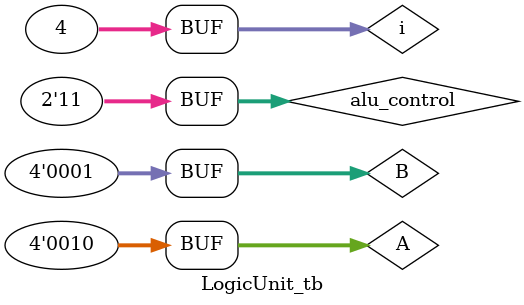
<source format=sv>
module LogicUnit_tb;
parameter N = 4;
  
  reg [N-1:0] A;
  reg [N-1:0] B;
  reg [1:0] alu_control;
  
  wire [N-1:0] result;

integer i;
  
	LogicUnit uut(
                .A(A), 
                .B(B), 
                .result(result),
   				.alu_control(alu_control));
  
initial
  begin
      
    {A, B,alu_control } = 0;
      
    $monitor ("T=%0t  A=%0d , B=%0d = result=%0d, alu_control=%0b", $time, A, B, result, alu_control);
     
    for (i = 0; i < 4; i = i+1) begin
      //or this->  
      alu_control = i;
        #100; 
        A = 2'b10;
    	B = 2'b01;
        //alu_control = 2'b01;
        
        #100; 
        A = 2'b10;
    	B = 2'b01;
        //alu_control = 2'b11;
        
        #100; 
        A = 2'b10;
    	B = 2'b01;
       // alu_control = 2'b10;
       
        #100;
        A = 2'b10;
        B = 2'b01;
        //alu_control = 2'b00;
      
    end
  end

initial begin 
    $dumpfile("dump.vcd"); $dumpvars;
 
 end
endmodule
</source>
